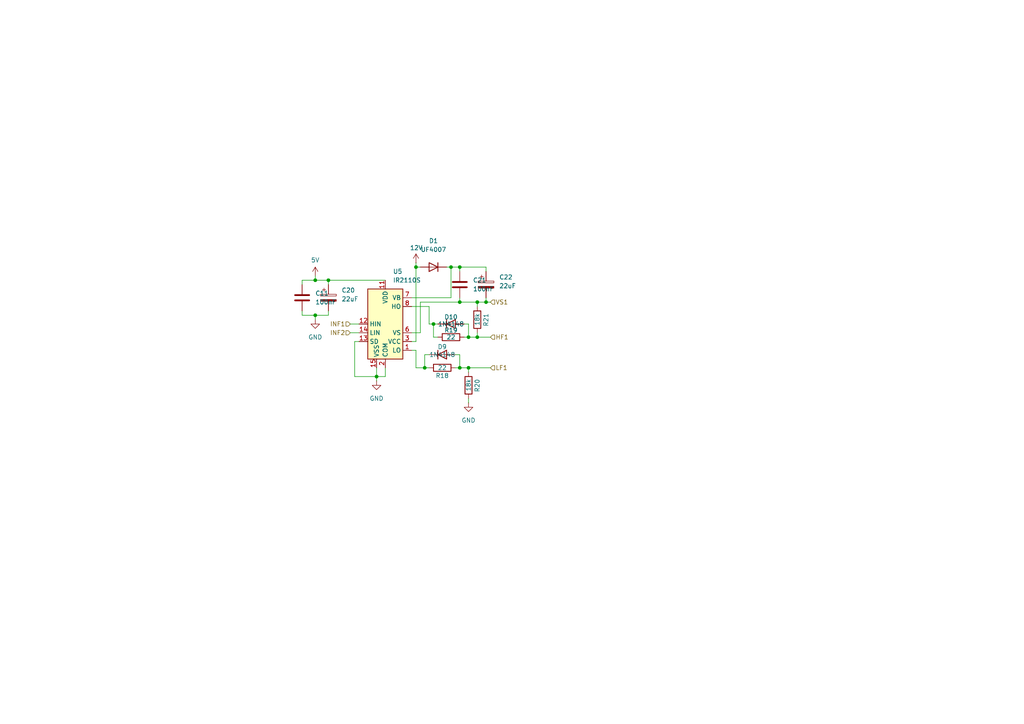
<source format=kicad_sch>
(kicad_sch (version 20250114) (generator "eeschema") (generator_version "9.0")
  (paper "A4")
  (lib_symbols
    (symbol "Device:C" (pin_numbers (hide yes)) (pin_names (offset 0.254))
      (property "Reference" "C" (at 0.635 2.54 0))
      (property "Value" "C" (at 0.635 -2.54 0))
      (symbol "C_0_1"
        (polyline (pts (xy -2.032 0.762) (xy 2.032 0.762)) (stroke (width 0.508)))
        (polyline (pts (xy -2.032 -0.762) (xy 2.032 -0.762)) (stroke (width 0.508)))
      )
      (symbol "C_1_1"
        (pin passive line (at 0 3.81 270) (length 2.794) (name "~") (number "1"))
        (pin passive line (at 0 -3.81 90) (length 2.794) (name "~") (number "2"))
      )
    )
    (symbol "Device:C_Polarized" (pin_numbers (hide yes)) (pin_names (offset 0.254))
      (property "Reference" "C" (at 0.635 2.54 0))
      (property "Value" "C_Polarized" (at 0.635 -2.54 0))
      (symbol "C_Polarized_0_1"
        (rectangle (start -2.286 0.508) (end 2.286 1.016))
        (polyline (pts (xy -1.778 2.286) (xy -0.762 2.286)))
        (polyline (pts (xy -1.27 2.794) (xy -1.27 1.778)))
        (rectangle (start 2.286 -0.508) (end -2.286 -1.016) (fill (type outline)))
      )
      (symbol "C_Polarized_1_1"
        (pin passive line (at 0 3.81 270) (length 2.794) (name "~") (number "1"))
        (pin passive line (at 0 -3.81 90) (length 2.794) (name "~") (number "2"))
      )
    )
    (symbol "Device:D" (pin_numbers (hide yes)) (pin_names (offset 1.016) (hide yes))
      (property "Reference" "D" (at 0 2.54 0))
      (property "Value" "D" (at 0 -2.54 0))
      (symbol "D_0_1"
        (polyline (pts (xy -1.27 1.27) (xy -1.27 -1.27)) (stroke (width 0.254)))
        (polyline (pts (xy 1.27 1.27) (xy 1.27 -1.27) (xy -1.27 0) (xy 1.27 1.27)) (stroke (width 0.254)))
        (polyline (pts (xy 1.27 0) (xy -1.27 0)))
      )
      (symbol "D_1_1"
        (pin passive line (at -3.81 0 0) (length 2.54) (name "K") (number "1"))
        (pin passive line (at 3.81 0 180) (length 2.54) (name "A") (number "2"))
      )
    )
    (symbol "Device:R" (pin_numbers (hide yes)) (pin_names (offset 0))
      (property "Reference" "R" (at 2.032 0 90))
      (property "Value" "R" (at 0 0 90))
      (symbol "R_0_1"
        (rectangle (start -1.016 -2.54) (end 1.016 2.54) (stroke (width 0.254)))
      )
      (symbol "R_1_1"
        (pin passive line (at 0 3.81 270) (length 1.27) (name "~") (number "1"))
        (pin passive line (at 0 -3.81 90) (length 1.27) (name "~") (number "2"))
      )
    )
    (symbol "Driver_FET:IR2110S"
      (property "Reference" "U" (at 1.27 13.335 0))
      (property "Value" "IR2110S" (at 1.27 11.43 0))
      (symbol "IR2110S_0_1"
        (rectangle (start -5.08 -10.16) (end 5.08 10.16) (stroke (width 0.254)) (fill (type background)))
      )
      (symbol "IR2110S_1_1"
        (pin input line (at -7.62 0 0) (length 2.54) (name "HIN") (number "12"))
        (pin input line (at -7.62 -2.54 0) (length 2.54) (name "LIN") (number "14"))
        (pin input line (at -7.62 -5.08 0) (length 2.54) (name "SD") (number "13"))
        (pin no_connect line (at -5.08 7.62 0) (length 2.54) (hide yes) (name "NC") (number "4"))
        (pin no_connect line (at -5.08 5.08 0) (length 2.54) (hide yes) (name "NC") (number "5"))
        (pin no_connect line (at -5.08 2.54 0) (length 2.54) (hide yes) (name "NC") (number "9"))
        (pin power_in line (at -2.54 -12.7 90) (length 2.54) (name "VSS") (number "15"))
        (pin power_in line (at 0 12.7 270) (length 2.54) (name "VDD") (number "11"))
        (pin power_in line (at 0 -12.7 90) (length 2.54) (name "COM") (number "2"))
        (pin no_connect line (at 5.08 2.54 180) (length 2.54) (hide yes) (name "NC") (number "10"))
        (pin no_connect line (at 5.08 0 180) (length 2.54) (hide yes) (name "NC") (number "16"))
        (pin passive line (at 7.62 7.62 180) (length 2.54) (name "VB") (number "7"))
        (pin output line (at 7.62 5.08 180) (length 2.54) (name "HO") (number "8"))
        (pin passive line (at 7.62 -2.54 180) (length 2.54) (name "VS") (number "6"))
        (pin power_in line (at 7.62 -5.08 180) (length 2.54) (name "VCC") (number "3"))
        (pin output line (at 7.62 -7.62 180) (length 2.54) (name "LO") (number "1"))
      )
    )
    (symbol "power:+12V" (power) (pin_numbers (hide yes)) (pin_names (offset 0) (hide yes))
      (property "Value" "+12V" (at 0 3.556 0))
      (symbol "+12V_0_1"
        (polyline (pts (xy -0.762 1.27) (xy 0 2.54)))
        (polyline (pts (xy 0 2.54) (xy 0.762 1.27)))
        (polyline (pts (xy 0 0) (xy 0 2.54)))
      )
      (symbol "+12V_1_1"
        (pin power_in line (at 0 0 90) (length 0) (name "~") (number "1"))
      )
    )
    (symbol "power:+5V" (power) (pin_numbers (hide yes)) (pin_names (offset 0) (hide yes))
      (property "Value" "+5V" (at 0 3.556 0))
      (symbol "+5V_0_1"
        (polyline (pts (xy -0.762 1.27) (xy 0 2.54)))
        (polyline (pts (xy 0 2.54) (xy 0.762 1.27)))
        (polyline (pts (xy 0 0) (xy 0 2.54)))
      )
      (symbol "+5V_1_1"
        (pin power_in line (at 0 0 90) (length 0) (name "~") (number "1"))
      )
    )
    (symbol "power:GND" (power) (pin_numbers (hide yes)) (pin_names (offset 0) (hide yes))
      (property "Value" "GND" (at 0 -3.81 0))
      (symbol "GND_0_1"
        (polyline (pts (xy 0 0) (xy 0 -1.27) (xy 1.27 -1.27) (xy 0 -2.54) (xy -1.27 -1.27) (xy 0 -1.27)))
      )
      (symbol "GND_1_1"
        (pin power_in line (at 0 0 270) (length 0) (name "~") (number "1"))
      )
    )
  )
  (junction (at 91.44 91.44))
  (junction (at 138.43 97.79))
  (junction (at 120.65 77.47))
  (junction (at 95.25 81.28))
  (junction (at 133.35 106.68))
  (junction (at 133.35 87.63))
  (junction (at 125.73 93.98))
  (junction (at 123.19 106.68))
  (junction (at 109.22 109.22))
  (junction (at 135.89 97.79))
  (junction (at 138.43 87.63))
  (junction (at 135.89 106.68))
  (junction (at 140.97 87.63))
  (junction (at 133.35 77.47))
  (junction (at 130.81 77.47))
  (junction (at 91.44 81.28))
  (wire (pts (xy 140.97 77.47) (xy 140.97 78.74)))
  (wire (pts (xy 133.35 77.47) (xy 133.35 78.74)))
  (wire (pts (xy 125.73 97.79) (xy 127 97.79)))
  (wire (pts (xy 102.87 99.06) (xy 102.87 109.22)))
  (wire (pts (xy 87.63 81.28) (xy 91.44 81.28)))
  (wire (pts (xy 133.35 87.63) (xy 138.43 87.63)))
  (wire (pts (xy 91.44 92.71) (xy 91.44 91.44)))
  (wire (pts (xy 125.73 93.98) (xy 125.73 97.79)))
  (wire (pts (xy 109.22 109.22) (xy 109.22 110.49)))
  (wire (pts (xy 135.89 93.98) (xy 134.62 93.98)))
  (wire (pts (xy 120.65 77.47) (xy 120.65 76.2)))
  (wire (pts (xy 138.43 97.79) (xy 135.89 97.79)))
  (wire (pts (xy 124.46 93.98) (xy 125.73 93.98)))
  (wire (pts (xy 95.25 91.44) (xy 91.44 91.44)))
  (wire (pts (xy 123.19 106.68) (xy 120.65 106.68)))
  (wire (pts (xy 135.89 106.68) (xy 133.35 106.68)))
  (wire (pts (xy 140.97 87.63) (xy 140.97 86.36)))
  (wire (pts (xy 123.19 102.87) (xy 123.19 106.68)))
  (wire (pts (xy 111.76 106.68) (xy 111.76 109.22)))
  (wire (pts (xy 138.43 88.9) (xy 138.43 87.63)))
  (wire (pts (xy 120.65 101.6) (xy 119.38 101.6)))
  (wire (pts (xy 119.38 96.52) (xy 121.92 96.52)))
  (wire (pts (xy 91.44 81.28) (xy 95.25 81.28)))
  (wire (pts (xy 102.87 109.22) (xy 109.22 109.22)))
  (wire (pts (xy 111.76 81.28) (xy 95.25 81.28)))
  (wire (pts (xy 135.89 97.79) (xy 135.89 93.98)))
  (wire (pts (xy 124.46 88.9) (xy 124.46 93.98)))
  (wire (pts (xy 135.89 97.79) (xy 134.62 97.79)))
  (wire (pts (xy 138.43 87.63) (xy 140.97 87.63)))
  (wire (pts (xy 120.65 77.47) (xy 121.92 77.47)))
  (wire (pts (xy 95.25 81.28) (xy 95.25 82.55)))
  (wire (pts (xy 133.35 106.68) (xy 132.08 106.68)))
  (wire (pts (xy 95.25 90.17) (xy 95.25 91.44)))
  (wire (pts (xy 111.76 109.22) (xy 109.22 109.22)))
  (wire (pts (xy 138.43 96.52) (xy 138.43 97.79)))
  (wire (pts (xy 130.81 77.47) (xy 130.81 86.36)))
  (wire (pts (xy 119.38 88.9) (xy 124.46 88.9)))
  (wire (pts (xy 101.6 96.52) (xy 104.14 96.52)))
  (wire (pts (xy 133.35 77.47) (xy 140.97 77.47)))
  (wire (pts (xy 140.97 87.63) (xy 142.24 87.63)))
  (wire (pts (xy 124.46 102.87) (xy 123.19 102.87)))
  (wire (pts (xy 133.35 87.63) (xy 133.35 86.36)))
  (wire (pts (xy 124.46 106.68) (xy 123.19 106.68)))
  (wire (pts (xy 121.92 87.63) (xy 133.35 87.63)))
  (wire (pts (xy 109.22 109.22) (xy 109.22 106.68)))
  (wire (pts (xy 133.35 102.87) (xy 133.35 106.68)))
  (wire (pts (xy 135.89 115.57) (xy 135.89 116.84)))
  (wire (pts (xy 135.89 107.95) (xy 135.89 106.68)))
  (wire (pts (xy 119.38 99.06) (xy 120.65 99.06)))
  (wire (pts (xy 138.43 97.79) (xy 142.24 97.79)))
  (wire (pts (xy 91.44 80.01) (xy 91.44 81.28)))
  (wire (pts (xy 87.63 90.17) (xy 87.63 91.44)))
  (wire (pts (xy 104.14 99.06) (xy 102.87 99.06)))
  (wire (pts (xy 87.63 81.28) (xy 87.63 82.55)))
  (wire (pts (xy 130.81 77.47) (xy 133.35 77.47)))
  (wire (pts (xy 130.81 86.36) (xy 119.38 86.36)))
  (wire (pts (xy 87.63 91.44) (xy 91.44 91.44)))
  (wire (pts (xy 121.92 96.52) (xy 121.92 87.63)))
  (wire (pts (xy 120.65 77.47) (xy 120.65 99.06)))
  (wire (pts (xy 129.54 77.47) (xy 130.81 77.47)))
  (wire (pts (xy 135.89 106.68) (xy 142.24 106.68)))
  (wire (pts (xy 120.65 106.68) (xy 120.65 101.6)))
  (wire (pts (xy 132.08 102.87) (xy 133.35 102.87)))
  (wire (pts (xy 101.6 93.98) (xy 104.14 93.98)))
  (wire (pts (xy 127 93.98) (xy 125.73 93.98)))
  (hierarchical_label "INF2" (shape input) (at 101.6 96.52 180))
  (hierarchical_label "LF1" (shape input) (at 142.24 106.68 0))
  (hierarchical_label "HF1" (shape input) (at 142.24 97.79 0))
  (hierarchical_label "VS1" (shape input) (at 142.24 87.63 0))
  (hierarchical_label "INF1" (shape input) (at 101.6 93.98 180))
  (symbol (lib_id "Device:D") (at 130.81 93.98 0) (unit 1)
    (property "Reference" "D10" (at 130.81 91.948 0))
    (property "Value" "1N4148" (at 130.81 93.98 0))
    (property "Footprint" "Diode_SMD:D_SMA" (effects (hide yes)))
    (property "Description" "Diode" (effects (hide yes)))
    (property "Sim.Device" "D" (effects (hide yes)))
    (property "Sim.Pins" "1=K 2=A" (effects (hide yes)))
  )
  (symbol (lib_id "power:GND") (at 109.22 110.49 0) (unit 1)
    (property "Reference" "#PWR028" (effects (hide yes)))
    (property "Value" "GND" (at 109.22 115.57 0))
    (property "Description" "Power symbol creates a global label with name \"GND\" , ground" (effects (hide yes)))
  )
  (symbol (lib_id "Device:R") (at 138.43 92.71 180) (unit 1)
    (property "Reference" "R21" (at 140.97 94.742 90) (effects (justify right)))
    (property "Value" "18k" (at 138.43 94.488 90) (effects (justify right)))
    (property "Footprint" "Resistor_SMD:R_0805_2012Metric" (effects (hide yes)))
    (property "Description" "Resistor" (effects (hide yes)))
  )
  (symbol (lib_id "Device:C_Polarized") (at 95.25 86.36 0) (unit 1)
    (property "Reference" "C20" (at 99.06 84.2009 0) (effects (justify left)))
    (property "Value" "22uF" (at 99.06 86.7409 0) (effects (justify left)))
    (property "Footprint" "Capacitor_SMD:CP_Elec_8x10" (effects (hide yes)))
    (property "Description" "Polarized capacitor" (effects (hide yes)))
  )
  (symbol (lib_id "Device:D") (at 128.27 102.87 0) (unit 1)
    (property "Reference" "D9" (at 128.27 100.584 0))
    (property "Value" "1N4148" (at 128.27 102.87 0))
    (property "Footprint" "Diode_SMD:D_SMA" (effects (hide yes)))
    (property "Description" "Diode" (effects (hide yes)))
    (property "Sim.Device" "D" (effects (hide yes)))
    (property "Sim.Pins" "1=K 2=A" (effects (hide yes)))
  )
  (symbol (lib_id "Device:C") (at 133.35 82.55 0) (unit 1)
    (property "Reference" "C21" (at 137.16 81.2799 0) (effects (justify left)))
    (property "Value" "100nF" (at 137.16 83.8199 0) (effects (justify left)))
    (property "Footprint" "Capacitor_SMD:C_0805_2012Metric" (effects (hide yes)))
    (property "Description" "Unpolarized capacitor" (effects (hide yes)))
  )
  (symbol (lib_id "Driver_FET:IR2110S") (at 111.76 93.98 0) (unit 1)
    (property "Reference" "U5" (at 113.9541 78.74 0) (effects (justify left)))
    (property "Value" "IR2110S" (at 113.9541 81.28 0) (effects (justify left)))
    (property "Footprint" "Package_SO:SOIC-16W_7.5x10.3mm_P1.27mm" (effects (hide yes)))
    (property "Datasheet" "https://www.infineon.com/dgdl/ir2110.pdf?fileId=5546d462533600a4015355c80333167e" (effects (hide yes)))
    (property "Description" "High and Low Side Driver, 500V, 2.0/2.0A, SOIC-16W" (effects (hide yes)))
  )
  (symbol (lib_id "Device:R") (at 135.89 111.76 180) (unit 1)
    (property "Reference" "R20" (at 138.43 113.792 90) (effects (justify right)))
    (property "Value" "18k" (at 135.89 113.538 90) (effects (justify right)))
    (property "Footprint" "Resistor_SMD:R_0805_2012Metric" (effects (hide yes)))
    (property "Description" "Resistor" (effects (hide yes)))
  )
  (symbol (lib_id "Device:R") (at 130.81 97.79 90) (unit 1)
    (property "Reference" "R19" (at 130.81 95.758 90))
    (property "Value" "22" (at 130.81 97.79 90))
    (property "Footprint" "Resistor_SMD:R_0805_2012Metric" (effects (hide yes)))
    (property "Description" "Resistor" (effects (hide yes)))
  )
  (symbol (lib_id "power:+12V") (at 120.65 76.2 0) (unit 1)
    (property "Reference" "#PWR029" (effects (hide yes)))
    (property "Value" "12V" (at 118.872 71.882 0) (effects (justify left)))
    (property "Description" "Power symbol creates a global label with name \"+12V\"" (effects (hide yes)))
  )
  (symbol (lib_id "power:GND") (at 91.44 92.71 0) (unit 1)
    (property "Reference" "#PWR027" (effects (hide yes)))
    (property "Value" "GND" (at 91.44 97.79 0))
    (property "Description" "Power symbol creates a global label with name \"GND\" , ground" (effects (hide yes)))
  )
  (symbol (lib_id "Device:C_Polarized") (at 140.97 82.55 0) (unit 1)
    (property "Reference" "C22" (at 144.78 80.3909 0) (effects (justify left)))
    (property "Value" "22uF" (at 144.78 82.9309 0) (effects (justify left)))
    (property "Footprint" "Capacitor_SMD:CP_Elec_8x10" (effects (hide yes)))
    (property "Description" "Polarized capacitor" (effects (hide yes)))
  )
  (symbol (lib_id "power:GND") (at 135.89 116.84 0) (unit 1)
    (property "Reference" "#PWR030" (effects (hide yes)))
    (property "Value" "GND" (at 135.89 121.92 0))
    (property "Description" "Power symbol creates a global label with name \"GND\" , ground" (effects (hide yes)))
  )
  (symbol (lib_id "Device:D") (at 125.73 77.47 180) (unit 1)
    (property "Reference" "D1" (at 125.73 69.85 0))
    (property "Value" "UF4007" (at 125.73 72.39 0))
    (property "Footprint" "Diode_SMD:D_SMA" (effects (hide yes)))
    (property "Description" "Diode" (effects (hide yes)))
    (property "Sim.Device" "D" (effects (hide yes)))
    (property "Sim.Pins" "1=K 2=A" (effects (hide yes)))
  )
  (symbol (lib_id "Device:R") (at 128.27 106.68 90) (unit 1)
    (property "Reference" "R18" (at 128.27 108.966 90))
    (property "Value" "22" (at 128.27 106.68 90))
    (property "Footprint" "Resistor_SMD:R_0805_2012Metric" (effects (hide yes)))
    (property "Description" "Resistor" (effects (hide yes)))
  )
  (symbol (lib_id "Device:C") (at 87.63 86.36 0) (unit 1)
    (property "Reference" "C11" (at 91.44 85.0899 0) (effects (justify left)))
    (property "Value" "100nF" (at 91.44 87.6299 0) (effects (justify left)))
    (property "Footprint" "Capacitor_SMD:C_0805_2012Metric" (effects (hide yes)))
    (property "Description" "Unpolarized capacitor" (effects (hide yes)))
  )
  (symbol (lib_id "power:+5V") (at 91.44 80.01 0) (unit 1)
    (property "Reference" "#PWR026" (effects (hide yes)))
    (property "Value" "5V" (at 90.17 75.438 0) (effects (justify left)))
    (property "Description" "Power symbol creates a global label with name \"+5V\"" (effects (hide yes)))
  )
)
</source>
